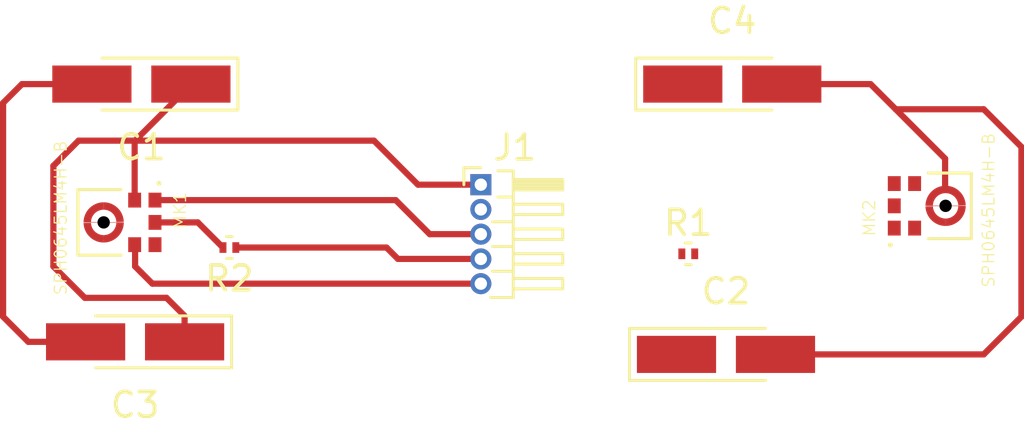
<source format=kicad_pcb>
(kicad_pcb (version 4) (host pcbnew 4.0.7-e1-6374~58~ubuntu17.04.1)

  (general
    (links 22)
    (no_connects 12)
    (area 214.468999 41.433 253.789484 63.823)
    (thickness 1.6)
    (drawings 0)
    (tracks 41)
    (zones 0)
    (modules 9)
    (nets 8)
  )

  (page A4)
  (layers
    (0 F.Cu signal)
    (31 B.Cu signal)
    (32 B.Adhes user)
    (33 F.Adhes user)
    (34 B.Paste user)
    (35 F.Paste user)
    (36 B.SilkS user)
    (37 F.SilkS user)
    (38 B.Mask user)
    (39 F.Mask user)
    (40 Dwgs.User user)
    (41 Cmts.User user)
    (42 Eco1.User user)
    (43 Eco2.User user)
    (44 Edge.Cuts user)
    (45 Margin user)
    (46 B.CrtYd user)
    (47 F.CrtYd user)
    (48 B.Fab user)
    (49 F.Fab user)
  )

  (setup
    (last_trace_width 0.25)
    (trace_clearance 0.2)
    (zone_clearance 0.508)
    (zone_45_only no)
    (trace_min 0.2)
    (segment_width 0.2)
    (edge_width 0.1)
    (via_size 0.6)
    (via_drill 0.4)
    (via_min_size 0.4)
    (via_min_drill 0.3)
    (uvia_size 0.3)
    (uvia_drill 0.1)
    (uvias_allowed no)
    (uvia_min_size 0.2)
    (uvia_min_drill 0.1)
    (pcb_text_width 0.3)
    (pcb_text_size 1.5 1.5)
    (mod_edge_width 0.15)
    (mod_text_size 1 1)
    (mod_text_width 0.15)
    (pad_size 1.5 1.5)
    (pad_drill 0.6)
    (pad_to_mask_clearance 0)
    (aux_axis_origin 0 0)
    (visible_elements FFFFFF7F)
    (pcbplotparams
      (layerselection 0x00030_80000001)
      (usegerberextensions false)
      (excludeedgelayer true)
      (linewidth 0.100000)
      (plotframeref false)
      (viasonmask false)
      (mode 1)
      (useauxorigin false)
      (hpglpennumber 1)
      (hpglpenspeed 20)
      (hpglpendiameter 15)
      (hpglpenoverlay 2)
      (psnegative false)
      (psa4output false)
      (plotreference true)
      (plotvalue true)
      (plotinvisibletext false)
      (padsonsilk false)
      (subtractmaskfromsilk false)
      (outputformat 1)
      (mirror false)
      (drillshape 1)
      (scaleselection 1)
      (outputdirectory ""))
  )

  (net 0 "")
  (net 1 "Net-(C1-Pad1)")
  (net 2 "Net-(J1-Pad3)")
  (net 3 "Net-(MK1-Pad6)")
  (net 4 "Net-(J1-Pad5)")
  (net 5 "Net-(C1-Pad2)")
  (net 6 "Net-(MK2-Pad6)")
  (net 7 "Net-(J1-Pad4)")

  (net_class Default "This is the default net class."
    (clearance 0.2)
    (trace_width 0.25)
    (via_dia 0.6)
    (via_drill 0.4)
    (uvia_dia 0.3)
    (uvia_drill 0.1)
    (add_net "Net-(C1-Pad1)")
    (add_net "Net-(C1-Pad2)")
    (add_net "Net-(J1-Pad3)")
    (add_net "Net-(J1-Pad4)")
    (add_net "Net-(J1-Pad5)")
    (add_net "Net-(MK1-Pad6)")
    (add_net "Net-(MK2-Pad6)")
  )

  (module MIC_SPH0645LM4H-B (layer F.Cu) (tedit 0) (tstamp 59ADAE23)
    (at 217.424 51.308 270)
    (path /59AD8FF7)
    (attr smd)
    (fp_text reference MK1 (at -0.486981 -3.08725 270) (layer F.SilkS)
      (effects (font (size 0.481161 0.481161) (thickness 0.05)))
    )
    (fp_text value SPH0645LM4H-B (at -0.18114 1.73657 270) (layer F.SilkS)
      (effects (font (size 0.48038 0.48038) (thickness 0.05)))
    )
    (fp_line (start 1.325 -0.7) (end 1.325 1.04) (layer F.SilkS) (width 0.127))
    (fp_line (start 1.325 1.04) (end -1.325 1.04) (layer F.SilkS) (width 0.127))
    (fp_line (start -1.325 1.04) (end -1.325 -0.7) (layer F.SilkS) (width 0.127))
    (fp_circle (center -1.578 -2.232) (end -1.528 -2.232) (layer F.SilkS) (width 0.1))
    (fp_line (start -1.325 -2.46) (end 1.325 -2.46) (layer Dwgs.User) (width 0.127))
    (fp_line (start 1.325 -2.46) (end 1.325 1.04) (layer Dwgs.User) (width 0.127))
    (fp_line (start 1.325 1.04) (end -1.325 1.04) (layer Dwgs.User) (width 0.127))
    (fp_line (start -1.325 1.04) (end -1.325 -2.46) (layer Dwgs.User) (width 0.127))
    (fp_line (start -1.651 -2.794) (end 1.651 -2.794) (layer Dwgs.User) (width 0.05))
    (fp_line (start 1.651 -2.794) (end 1.651 1.397) (layer Dwgs.User) (width 0.05))
    (fp_line (start 1.651 1.397) (end -1.651 1.397) (layer Dwgs.User) (width 0.05))
    (fp_line (start -1.651 1.397) (end -1.651 -2.794) (layer Dwgs.User) (width 0.05))
    (fp_circle (center 0 0) (end 0.9 0) (layer F.Mask) (width 0))
    (fp_poly (pts (xy 0 -0.5125) (xy 0 -0.8125) (xy 0.021271 0.8125) (xy 0.063765 0.810273)
      (xy 0.106084 0.805826) (xy 0.148112 0.799169) (xy 0.189735 0.790322) (xy 0.230837 0.779309)
      (xy 0.271306 0.76616) (xy 0.311032 0.750911) (xy 0.349906 0.733604) (xy 0.38782 0.714286)
      (xy 0.424671 0.69301) (xy 0.460359 0.669835) (xy 0.494784 0.644823) (xy 0.527854 0.618045)
      (xy 0.559476 0.589572) (xy 0.589565 0.559483) (xy 0.618038 0.527861) (xy 0.644817 0.494792)
      (xy 0.669829 0.460367) (xy 0.693005 0.42468) (xy 0.714281 0.387829) (xy 0.7336 0.349915)
      (xy 0.750907 0.311041) (xy 0.766157 0.271316) (xy 0.779307 0.230846) (xy 0.79032 0.189744)
      (xy 0.799167 0.148122) (xy 0.805824 0.106094) (xy 0.810272 0.063775) (xy 0.8125 0.021281)
      (xy 0.8125 0) (xy 0.5125 0) (xy 0.5125 0.013417) (xy 0.511095 0.040221)
      (xy 0.50829 0.066915) (xy 0.504091 0.093425) (xy 0.498511 0.119679) (xy 0.491564 0.145605)
      (xy 0.48327 0.171132) (xy 0.473652 0.19619) (xy 0.462735 0.22071) (xy 0.45055 0.244625)
      (xy 0.437129 0.26787) (xy 0.422511 0.29038) (xy 0.406735 0.312095) (xy 0.389844 0.332954)
      (xy 0.371884 0.3529) (xy 0.352905 0.37188) (xy 0.332958 0.38984) (xy 0.3121 0.406731)
      (xy 0.290385 0.422508) (xy 0.267875 0.437126) (xy 0.24463 0.450547) (xy 0.220715 0.462732)
      (xy 0.196195 0.473649) (xy 0.171138 0.483268) (xy 0.145611 0.491563) (xy 0.119685 0.49851)
      (xy 0.093431 0.50409) (xy 0.066921 0.508289) (xy 0.040227 0.511095) (xy 0.013423 0.5125)) (layer F.Cu) (width 0.001))
    (fp_poly (pts (xy -0.5125 0) (xy -0.8125 0) (xy -0.8125 0.021271) (xy -0.810273 0.063765)
      (xy -0.805826 0.106084) (xy -0.799169 0.148112) (xy -0.790322 0.189735) (xy -0.779309 0.230837)
      (xy -0.76616 0.271306) (xy -0.750911 0.311032) (xy -0.733604 0.349906) (xy -0.714286 0.38782)
      (xy -0.69301 0.424671) (xy -0.669835 0.460359) (xy -0.644823 0.494784) (xy -0.618045 0.527854)
      (xy -0.589572 0.559476) (xy -0.559483 0.589565) (xy -0.527861 0.618038) (xy -0.494792 0.644817)
      (xy -0.460367 0.669829) (xy -0.42468 0.693005) (xy -0.387829 0.714281) (xy -0.349915 0.7336)
      (xy -0.311041 0.750907) (xy -0.271316 0.766157) (xy -0.230846 0.779307) (xy -0.189744 0.79032)
      (xy -0.148122 0.799167) (xy -0.106094 0.805824) (xy -0.063775 0.810272) (xy -0.021281 0.8125)
      (xy 0 0.8125) (xy 0 -0.5125) (xy -0.013417 0.5125) (xy -0.040221 0.511095)
      (xy -0.066915 0.50829) (xy -0.093425 0.504091) (xy -0.119679 0.498511) (xy -0.145605 0.491564)
      (xy -0.171132 0.48327) (xy -0.19619 0.473652) (xy -0.22071 0.462735) (xy -0.244625 0.45055)
      (xy -0.26787 0.437129) (xy -0.29038 0.422511) (xy -0.312095 0.406735) (xy -0.332954 0.389844)
      (xy -0.3529 0.371884) (xy -0.37188 0.352905) (xy -0.38984 0.332958) (xy -0.406731 0.3121)
      (xy -0.422508 0.290385) (xy -0.437126 0.267875) (xy -0.450547 0.24463) (xy -0.462732 0.220715)
      (xy -0.473649 0.196195) (xy -0.483268 0.171138) (xy -0.491563 0.145611) (xy -0.49851 0.119685)
      (xy -0.50409 0.093431) (xy -0.508289 0.066921) (xy -0.511095 0.040227) (xy -0.5125 0.013423)) (layer F.Cu) (width 0.001))
    (fp_poly (pts (xy 0 0.5125) (xy 0 0.8125) (xy -0.021271 -0.8125) (xy -0.063765 -0.810273)
      (xy -0.106084 -0.805826) (xy -0.148112 -0.799169) (xy -0.189735 -0.790322) (xy -0.230837 -0.779309)
      (xy -0.271306 -0.76616) (xy -0.311032 -0.750911) (xy -0.349906 -0.733604) (xy -0.38782 -0.714286)
      (xy -0.424671 -0.69301) (xy -0.460359 -0.669835) (xy -0.494784 -0.644823) (xy -0.527854 -0.618045)
      (xy -0.559476 -0.589572) (xy -0.589565 -0.559483) (xy -0.618038 -0.527861) (xy -0.644817 -0.494792)
      (xy -0.669829 -0.460367) (xy -0.693005 -0.42468) (xy -0.714281 -0.387829) (xy -0.7336 -0.349915)
      (xy -0.750907 -0.311041) (xy -0.766157 -0.271316) (xy -0.779307 -0.230846) (xy -0.79032 -0.189744)
      (xy -0.799167 -0.148122) (xy -0.805824 -0.106094) (xy -0.810272 -0.063775) (xy -0.8125 -0.021281)
      (xy -0.8125 0) (xy -0.5125 0) (xy -0.5125 -0.013417) (xy -0.511095 -0.040221)
      (xy -0.50829 -0.066915) (xy -0.504091 -0.093425) (xy -0.498511 -0.119679) (xy -0.491564 -0.145605)
      (xy -0.48327 -0.171132) (xy -0.473652 -0.19619) (xy -0.462735 -0.22071) (xy -0.45055 -0.244625)
      (xy -0.437129 -0.26787) (xy -0.422511 -0.29038) (xy -0.406735 -0.312095) (xy -0.389844 -0.332954)
      (xy -0.371884 -0.3529) (xy -0.352905 -0.37188) (xy -0.332958 -0.38984) (xy -0.3121 -0.406731)
      (xy -0.290385 -0.422508) (xy -0.267875 -0.437126) (xy -0.24463 -0.450547) (xy -0.220715 -0.462732)
      (xy -0.196195 -0.473649) (xy -0.171138 -0.483268) (xy -0.145611 -0.491563) (xy -0.119685 -0.49851)
      (xy -0.093431 -0.50409) (xy -0.066921 -0.508289) (xy -0.040227 -0.511095) (xy -0.013423 -0.5125)) (layer F.Cu) (width 0.001))
    (fp_poly (pts (xy 0.5125 0) (xy 0.8125 0) (xy 0.8125 -0.021271) (xy 0.810273 -0.063765)
      (xy 0.805826 -0.106084) (xy 0.799169 -0.148112) (xy 0.790322 -0.189735) (xy 0.779309 -0.230837)
      (xy 0.76616 -0.271306) (xy 0.750911 -0.311032) (xy 0.733604 -0.349906) (xy 0.714286 -0.38782)
      (xy 0.69301 -0.424671) (xy 0.669835 -0.460359) (xy 0.644823 -0.494784) (xy 0.618045 -0.527854)
      (xy 0.589572 -0.559476) (xy 0.559483 -0.589565) (xy 0.527861 -0.618038) (xy 0.494792 -0.644817)
      (xy 0.460367 -0.669829) (xy 0.42468 -0.693005) (xy 0.387829 -0.714281) (xy 0.349915 -0.7336)
      (xy 0.311041 -0.750907) (xy 0.271316 -0.766157) (xy 0.230846 -0.779307) (xy 0.189744 -0.79032)
      (xy 0.148122 -0.799167) (xy 0.106094 -0.805824) (xy 0.063775 -0.810272) (xy 0.021281 -0.8125)
      (xy 0 -0.8125) (xy 0 0.5125) (xy 0.013417 -0.5125) (xy 0.040221 -0.511095)
      (xy 0.066915 -0.50829) (xy 0.093425 -0.504091) (xy 0.119679 -0.498511) (xy 0.145605 -0.491564)
      (xy 0.171132 -0.48327) (xy 0.19619 -0.473652) (xy 0.22071 -0.462735) (xy 0.244625 -0.45055)
      (xy 0.26787 -0.437129) (xy 0.29038 -0.422511) (xy 0.312095 -0.406735) (xy 0.332954 -0.389844)
      (xy 0.3529 -0.371884) (xy 0.37188 -0.352905) (xy 0.38984 -0.332958) (xy 0.406731 -0.3121)
      (xy 0.422508 -0.290385) (xy 0.437126 -0.267875) (xy 0.450547 -0.24463) (xy 0.462732 -0.220715)
      (xy 0.473649 -0.196195) (xy 0.483268 -0.171138) (xy 0.491563 -0.145611) (xy 0.49851 -0.119685)
      (xy 0.50409 -0.093431) (xy 0.508289 -0.066921) (xy 0.511095 -0.040227) (xy 0.5125 -0.013423)) (layer F.Cu) (width 0.001))
    (fp_poly (pts (xy -0.385 -0.53) (xy -0.285 -0.43) (xy -0.23 -0.465) (xy -0.12 -0.505)
      (xy -0.12 -0.51) (xy -0.11 -0.505) (xy -0.005 -0.52) (xy 0.005 -0.523603)
      (xy 0.005 -0.52) (xy 0.125 -0.505) (xy 0.224609 -0.461537) (xy 0.292666 -0.426172)
      (xy 0.39 -0.525) (xy 0.505 -0.635) (xy 0.41 -0.7) (xy 0.31 -0.75)
      (xy 0.22 -0.78) (xy 0.14 -0.8) (xy 0 -0.81) (xy -0.160191 -0.796203)
      (xy -0.31 -0.75) (xy -0.4 -0.705) (xy -0.499766 -0.640309)) (layer F.Paste) (width 0.001))
    (fp_poly (pts (xy -0.53 0.38) (xy -0.425 0.28) (xy -0.46 0.23) (xy -0.5 0.12)
      (xy -0.513603 0) (xy -0.5 -0.12) (xy -0.461537 -0.224609) (xy -0.426172 -0.287666)
      (xy -0.525 -0.385) (xy -0.64 -0.5) (xy -0.705 -0.405) (xy -0.75 -0.31)
      (xy -0.78 -0.22) (xy -0.8 -0.14) (xy -0.81 0) (xy -0.796203 0.160191)
      (xy -0.75 0.31) (xy -0.69 0.425) (xy -0.645309 0.494766)) (layer F.Paste) (width 0.001))
    (fp_poly (pts (xy 0.385 0.53) (xy 0.28 0.425) (xy 0.23 0.46) (xy 0.12 0.5)
      (xy 0 0.513603) (xy -0.12 0.5) (xy -0.224609 0.461537) (xy -0.282666 0.421172)
      (xy -0.38 0.52) (xy -0.5 0.64) (xy -0.405 0.705) (xy -0.31 0.75)
      (xy -0.23 0.78) (xy -0.14 0.8) (xy -0.06 0.81) (xy 0.065 0.81)
      (xy 0.160191 0.796203) (xy 0.235 0.78) (xy 0.31 0.75) (xy 0.405 0.705)
      (xy 0.499766 0.640309)) (layer F.Paste) (width 0.001))
    (fp_poly (pts (xy 0.53 -0.375) (xy 0.435 -0.28) (xy 0.46 -0.23) (xy 0.485 -0.175)
      (xy 0.5 -0.12) (xy 0.51 -0.06) (xy 0.513603 0) (xy 0.5 0.12)
      (xy 0.461537 0.224609) (xy 0.426172 0.282666) (xy 0.525 0.385) (xy 0.64 0.5)
      (xy 0.7 0.41) (xy 0.75 0.31) (xy 0.78 0.23) (xy 0.8 0.14)
      (xy 0.81 0) (xy 0.796203 -0.160191) (xy 0.75 -0.31) (xy 0.7 -0.415)
      (xy 0.645309 -0.489766)) (layer F.Paste) (width 0.001))
    (pad 2 smd rect (at -0.9 -1.252 270) (size 0.6 0.522) (layers F.Cu F.Paste F.Mask)
      (net 1 "Net-(C1-Pad1)"))
    (pad 1 smd rect (at -0.9 -2.074 270) (size 0.6 0.522) (layers F.Cu F.Paste F.Mask)
      (net 2 "Net-(J1-Pad3)"))
    (pad 6 smd rect (at 0 -2.074 270) (size 0.6 0.522) (layers F.Cu F.Paste F.Mask)
      (net 3 "Net-(MK1-Pad6)"))
    (pad 5 smd rect (at 0.9 -2.074 270) (size 0.6 0.522) (layers F.Cu F.Paste F.Mask)
      (net 1 "Net-(C1-Pad1)"))
    (pad 4 smd rect (at 0.9 -1.252 270) (size 0.6 0.522) (layers F.Cu F.Paste F.Mask)
      (net 4 "Net-(J1-Pad5)"))
    (pad 3 smd rect (at 0.65 -0.02 270) (size 0.1 0.1) (layers F.Cu F.Paste F.Mask)
      (net 5 "Net-(C1-Pad2)"))
    (pad Hole np_thru_hole circle (at 0 0 270) (size 0.5 0.5) (drill 0.5) (layers))
  )

  (module MIC_SPH0645LM4H-B (layer F.Cu) (tedit 0) (tstamp 59ADAE2E)
    (at 251.44361 50.639062 90)
    (path /59AD8F81)
    (attr smd)
    (fp_text reference MK2 (at -0.486981 -3.08725 90) (layer F.SilkS)
      (effects (font (size 0.481161 0.481161) (thickness 0.05)))
    )
    (fp_text value SPH0645LM4H-B (at -0.18114 1.73657 90) (layer F.SilkS)
      (effects (font (size 0.48038 0.48038) (thickness 0.05)))
    )
    (fp_line (start 1.325 -0.7) (end 1.325 1.04) (layer F.SilkS) (width 0.127))
    (fp_line (start 1.325 1.04) (end -1.325 1.04) (layer F.SilkS) (width 0.127))
    (fp_line (start -1.325 1.04) (end -1.325 -0.7) (layer F.SilkS) (width 0.127))
    (fp_circle (center -1.578 -2.232) (end -1.528 -2.232) (layer F.SilkS) (width 0.1))
    (fp_line (start -1.325 -2.46) (end 1.325 -2.46) (layer Dwgs.User) (width 0.127))
    (fp_line (start 1.325 -2.46) (end 1.325 1.04) (layer Dwgs.User) (width 0.127))
    (fp_line (start 1.325 1.04) (end -1.325 1.04) (layer Dwgs.User) (width 0.127))
    (fp_line (start -1.325 1.04) (end -1.325 -2.46) (layer Dwgs.User) (width 0.127))
    (fp_line (start -1.651 -2.794) (end 1.651 -2.794) (layer Dwgs.User) (width 0.05))
    (fp_line (start 1.651 -2.794) (end 1.651 1.397) (layer Dwgs.User) (width 0.05))
    (fp_line (start 1.651 1.397) (end -1.651 1.397) (layer Dwgs.User) (width 0.05))
    (fp_line (start -1.651 1.397) (end -1.651 -2.794) (layer Dwgs.User) (width 0.05))
    (fp_circle (center 0 0) (end 0.9 0) (layer F.Mask) (width 0))
    (fp_poly (pts (xy 0 -0.5125) (xy 0 -0.8125) (xy 0.021271 0.8125) (xy 0.063765 0.810273)
      (xy 0.106084 0.805826) (xy 0.148112 0.799169) (xy 0.189735 0.790322) (xy 0.230837 0.779309)
      (xy 0.271306 0.76616) (xy 0.311032 0.750911) (xy 0.349906 0.733604) (xy 0.38782 0.714286)
      (xy 0.424671 0.69301) (xy 0.460359 0.669835) (xy 0.494784 0.644823) (xy 0.527854 0.618045)
      (xy 0.559476 0.589572) (xy 0.589565 0.559483) (xy 0.618038 0.527861) (xy 0.644817 0.494792)
      (xy 0.669829 0.460367) (xy 0.693005 0.42468) (xy 0.714281 0.387829) (xy 0.7336 0.349915)
      (xy 0.750907 0.311041) (xy 0.766157 0.271316) (xy 0.779307 0.230846) (xy 0.79032 0.189744)
      (xy 0.799167 0.148122) (xy 0.805824 0.106094) (xy 0.810272 0.063775) (xy 0.8125 0.021281)
      (xy 0.8125 0) (xy 0.5125 0) (xy 0.5125 0.013417) (xy 0.511095 0.040221)
      (xy 0.50829 0.066915) (xy 0.504091 0.093425) (xy 0.498511 0.119679) (xy 0.491564 0.145605)
      (xy 0.48327 0.171132) (xy 0.473652 0.19619) (xy 0.462735 0.22071) (xy 0.45055 0.244625)
      (xy 0.437129 0.26787) (xy 0.422511 0.29038) (xy 0.406735 0.312095) (xy 0.389844 0.332954)
      (xy 0.371884 0.3529) (xy 0.352905 0.37188) (xy 0.332958 0.38984) (xy 0.3121 0.406731)
      (xy 0.290385 0.422508) (xy 0.267875 0.437126) (xy 0.24463 0.450547) (xy 0.220715 0.462732)
      (xy 0.196195 0.473649) (xy 0.171138 0.483268) (xy 0.145611 0.491563) (xy 0.119685 0.49851)
      (xy 0.093431 0.50409) (xy 0.066921 0.508289) (xy 0.040227 0.511095) (xy 0.013423 0.5125)) (layer F.Cu) (width 0.001))
    (fp_poly (pts (xy -0.5125 0) (xy -0.8125 0) (xy -0.8125 0.021271) (xy -0.810273 0.063765)
      (xy -0.805826 0.106084) (xy -0.799169 0.148112) (xy -0.790322 0.189735) (xy -0.779309 0.230837)
      (xy -0.76616 0.271306) (xy -0.750911 0.311032) (xy -0.733604 0.349906) (xy -0.714286 0.38782)
      (xy -0.69301 0.424671) (xy -0.669835 0.460359) (xy -0.644823 0.494784) (xy -0.618045 0.527854)
      (xy -0.589572 0.559476) (xy -0.559483 0.589565) (xy -0.527861 0.618038) (xy -0.494792 0.644817)
      (xy -0.460367 0.669829) (xy -0.42468 0.693005) (xy -0.387829 0.714281) (xy -0.349915 0.7336)
      (xy -0.311041 0.750907) (xy -0.271316 0.766157) (xy -0.230846 0.779307) (xy -0.189744 0.79032)
      (xy -0.148122 0.799167) (xy -0.106094 0.805824) (xy -0.063775 0.810272) (xy -0.021281 0.8125)
      (xy 0 0.8125) (xy 0 -0.5125) (xy -0.013417 0.5125) (xy -0.040221 0.511095)
      (xy -0.066915 0.50829) (xy -0.093425 0.504091) (xy -0.119679 0.498511) (xy -0.145605 0.491564)
      (xy -0.171132 0.48327) (xy -0.19619 0.473652) (xy -0.22071 0.462735) (xy -0.244625 0.45055)
      (xy -0.26787 0.437129) (xy -0.29038 0.422511) (xy -0.312095 0.406735) (xy -0.332954 0.389844)
      (xy -0.3529 0.371884) (xy -0.37188 0.352905) (xy -0.38984 0.332958) (xy -0.406731 0.3121)
      (xy -0.422508 0.290385) (xy -0.437126 0.267875) (xy -0.450547 0.24463) (xy -0.462732 0.220715)
      (xy -0.473649 0.196195) (xy -0.483268 0.171138) (xy -0.491563 0.145611) (xy -0.49851 0.119685)
      (xy -0.50409 0.093431) (xy -0.508289 0.066921) (xy -0.511095 0.040227) (xy -0.5125 0.013423)) (layer F.Cu) (width 0.001))
    (fp_poly (pts (xy 0 0.5125) (xy 0 0.8125) (xy -0.021271 -0.8125) (xy -0.063765 -0.810273)
      (xy -0.106084 -0.805826) (xy -0.148112 -0.799169) (xy -0.189735 -0.790322) (xy -0.230837 -0.779309)
      (xy -0.271306 -0.76616) (xy -0.311032 -0.750911) (xy -0.349906 -0.733604) (xy -0.38782 -0.714286)
      (xy -0.424671 -0.69301) (xy -0.460359 -0.669835) (xy -0.494784 -0.644823) (xy -0.527854 -0.618045)
      (xy -0.559476 -0.589572) (xy -0.589565 -0.559483) (xy -0.618038 -0.527861) (xy -0.644817 -0.494792)
      (xy -0.669829 -0.460367) (xy -0.693005 -0.42468) (xy -0.714281 -0.387829) (xy -0.7336 -0.349915)
      (xy -0.750907 -0.311041) (xy -0.766157 -0.271316) (xy -0.779307 -0.230846) (xy -0.79032 -0.189744)
      (xy -0.799167 -0.148122) (xy -0.805824 -0.106094) (xy -0.810272 -0.063775) (xy -0.8125 -0.021281)
      (xy -0.8125 0) (xy -0.5125 0) (xy -0.5125 -0.013417) (xy -0.511095 -0.040221)
      (xy -0.50829 -0.066915) (xy -0.504091 -0.093425) (xy -0.498511 -0.119679) (xy -0.491564 -0.145605)
      (xy -0.48327 -0.171132) (xy -0.473652 -0.19619) (xy -0.462735 -0.22071) (xy -0.45055 -0.244625)
      (xy -0.437129 -0.26787) (xy -0.422511 -0.29038) (xy -0.406735 -0.312095) (xy -0.389844 -0.332954)
      (xy -0.371884 -0.3529) (xy -0.352905 -0.37188) (xy -0.332958 -0.38984) (xy -0.3121 -0.406731)
      (xy -0.290385 -0.422508) (xy -0.267875 -0.437126) (xy -0.24463 -0.450547) (xy -0.220715 -0.462732)
      (xy -0.196195 -0.473649) (xy -0.171138 -0.483268) (xy -0.145611 -0.491563) (xy -0.119685 -0.49851)
      (xy -0.093431 -0.50409) (xy -0.066921 -0.508289) (xy -0.040227 -0.511095) (xy -0.013423 -0.5125)) (layer F.Cu) (width 0.001))
    (fp_poly (pts (xy 0.5125 0) (xy 0.8125 0) (xy 0.8125 -0.021271) (xy 0.810273 -0.063765)
      (xy 0.805826 -0.106084) (xy 0.799169 -0.148112) (xy 0.790322 -0.189735) (xy 0.779309 -0.230837)
      (xy 0.76616 -0.271306) (xy 0.750911 -0.311032) (xy 0.733604 -0.349906) (xy 0.714286 -0.38782)
      (xy 0.69301 -0.424671) (xy 0.669835 -0.460359) (xy 0.644823 -0.494784) (xy 0.618045 -0.527854)
      (xy 0.589572 -0.559476) (xy 0.559483 -0.589565) (xy 0.527861 -0.618038) (xy 0.494792 -0.644817)
      (xy 0.460367 -0.669829) (xy 0.42468 -0.693005) (xy 0.387829 -0.714281) (xy 0.349915 -0.7336)
      (xy 0.311041 -0.750907) (xy 0.271316 -0.766157) (xy 0.230846 -0.779307) (xy 0.189744 -0.79032)
      (xy 0.148122 -0.799167) (xy 0.106094 -0.805824) (xy 0.063775 -0.810272) (xy 0.021281 -0.8125)
      (xy 0 -0.8125) (xy 0 0.5125) (xy 0.013417 -0.5125) (xy 0.040221 -0.511095)
      (xy 0.066915 -0.50829) (xy 0.093425 -0.504091) (xy 0.119679 -0.498511) (xy 0.145605 -0.491564)
      (xy 0.171132 -0.48327) (xy 0.19619 -0.473652) (xy 0.22071 -0.462735) (xy 0.244625 -0.45055)
      (xy 0.26787 -0.437129) (xy 0.29038 -0.422511) (xy 0.312095 -0.406735) (xy 0.332954 -0.389844)
      (xy 0.3529 -0.371884) (xy 0.37188 -0.352905) (xy 0.38984 -0.332958) (xy 0.406731 -0.3121)
      (xy 0.422508 -0.290385) (xy 0.437126 -0.267875) (xy 0.450547 -0.24463) (xy 0.462732 -0.220715)
      (xy 0.473649 -0.196195) (xy 0.483268 -0.171138) (xy 0.491563 -0.145611) (xy 0.49851 -0.119685)
      (xy 0.50409 -0.093431) (xy 0.508289 -0.066921) (xy 0.511095 -0.040227) (xy 0.5125 -0.013423)) (layer F.Cu) (width 0.001))
    (fp_poly (pts (xy -0.385 -0.53) (xy -0.285 -0.43) (xy -0.23 -0.465) (xy -0.12 -0.505)
      (xy -0.12 -0.51) (xy -0.11 -0.505) (xy -0.005 -0.52) (xy 0.005 -0.523603)
      (xy 0.005 -0.52) (xy 0.125 -0.505) (xy 0.224609 -0.461537) (xy 0.292666 -0.426172)
      (xy 0.39 -0.525) (xy 0.505 -0.635) (xy 0.41 -0.7) (xy 0.31 -0.75)
      (xy 0.22 -0.78) (xy 0.14 -0.8) (xy 0 -0.81) (xy -0.160191 -0.796203)
      (xy -0.31 -0.75) (xy -0.4 -0.705) (xy -0.499766 -0.640309)) (layer F.Paste) (width 0.001))
    (fp_poly (pts (xy -0.53 0.38) (xy -0.425 0.28) (xy -0.46 0.23) (xy -0.5 0.12)
      (xy -0.513603 0) (xy -0.5 -0.12) (xy -0.461537 -0.224609) (xy -0.426172 -0.287666)
      (xy -0.525 -0.385) (xy -0.64 -0.5) (xy -0.705 -0.405) (xy -0.75 -0.31)
      (xy -0.78 -0.22) (xy -0.8 -0.14) (xy -0.81 0) (xy -0.796203 0.160191)
      (xy -0.75 0.31) (xy -0.69 0.425) (xy -0.645309 0.494766)) (layer F.Paste) (width 0.001))
    (fp_poly (pts (xy 0.385 0.53) (xy 0.28 0.425) (xy 0.23 0.46) (xy 0.12 0.5)
      (xy 0 0.513603) (xy -0.12 0.5) (xy -0.224609 0.461537) (xy -0.282666 0.421172)
      (xy -0.38 0.52) (xy -0.5 0.64) (xy -0.405 0.705) (xy -0.31 0.75)
      (xy -0.23 0.78) (xy -0.14 0.8) (xy -0.06 0.81) (xy 0.065 0.81)
      (xy 0.160191 0.796203) (xy 0.235 0.78) (xy 0.31 0.75) (xy 0.405 0.705)
      (xy 0.499766 0.640309)) (layer F.Paste) (width 0.001))
    (fp_poly (pts (xy 0.53 -0.375) (xy 0.435 -0.28) (xy 0.46 -0.23) (xy 0.485 -0.175)
      (xy 0.5 -0.12) (xy 0.51 -0.06) (xy 0.513603 0) (xy 0.5 0.12)
      (xy 0.461537 0.224609) (xy 0.426172 0.282666) (xy 0.525 0.385) (xy 0.64 0.5)
      (xy 0.7 0.41) (xy 0.75 0.31) (xy 0.78 0.23) (xy 0.8 0.14)
      (xy 0.81 0) (xy 0.796203 -0.160191) (xy 0.75 -0.31) (xy 0.7 -0.415)
      (xy 0.645309 -0.489766)) (layer F.Paste) (width 0.001))
    (pad 2 smd rect (at -0.9 -1.252 90) (size 0.6 0.522) (layers F.Cu F.Paste F.Mask)
      (net 5 "Net-(C1-Pad2)"))
    (pad 1 smd rect (at -0.9 -2.074 90) (size 0.6 0.522) (layers F.Cu F.Paste F.Mask)
      (net 2 "Net-(J1-Pad3)"))
    (pad 6 smd rect (at 0 -2.074 90) (size 0.6 0.522) (layers F.Cu F.Paste F.Mask)
      (net 6 "Net-(MK2-Pad6)"))
    (pad 5 smd rect (at 0.9 -2.074 90) (size 0.6 0.522) (layers F.Cu F.Paste F.Mask)
      (net 1 "Net-(C1-Pad1)"))
    (pad 4 smd rect (at 0.9 -1.252 90) (size 0.6 0.522) (layers F.Cu F.Paste F.Mask)
      (net 4 "Net-(J1-Pad5)"))
    (pad 3 smd rect (at 0.65 -0.02 90) (size 0.1 0.1) (layers F.Cu F.Paste F.Mask)
      (net 5 "Net-(C1-Pad2)"))
    (pad Hole np_thru_hole circle (at 0 0 90) (size 0.5 0.5) (drill 0.5) (layers))
  )

  (module Capacitors_Tantalum_SMD:CP_Tantalum_Case-A_EIA-3216-18_Hand (layer F.Cu) (tedit 58CC8C08) (tstamp 59ADAE90)
    (at 218.948 45.72 180)
    (descr "Tantalum capacitor, Case A, EIA 3216-18, 3.2x1.6x1.6mm, Hand soldering footprint")
    (tags "capacitor tantalum smd")
    (path /59ADBD67)
    (attr smd)
    (fp_text reference C1 (at 0 -2.55 180) (layer F.SilkS)
      (effects (font (size 1 1) (thickness 0.15)))
    )
    (fp_text value CP1_Small (at 0 2.55 180) (layer F.Fab)
      (effects (font (size 1 1) (thickness 0.15)))
    )
    (fp_text user %R (at 0 0 180) (layer F.Fab)
      (effects (font (size 0.7 0.7) (thickness 0.105)))
    )
    (fp_line (start -4 -1.2) (end -4 1.2) (layer F.CrtYd) (width 0.05))
    (fp_line (start -4 1.2) (end 4 1.2) (layer F.CrtYd) (width 0.05))
    (fp_line (start 4 1.2) (end 4 -1.2) (layer F.CrtYd) (width 0.05))
    (fp_line (start 4 -1.2) (end -4 -1.2) (layer F.CrtYd) (width 0.05))
    (fp_line (start -1.6 -0.8) (end -1.6 0.8) (layer F.Fab) (width 0.1))
    (fp_line (start -1.6 0.8) (end 1.6 0.8) (layer F.Fab) (width 0.1))
    (fp_line (start 1.6 0.8) (end 1.6 -0.8) (layer F.Fab) (width 0.1))
    (fp_line (start 1.6 -0.8) (end -1.6 -0.8) (layer F.Fab) (width 0.1))
    (fp_line (start -1.28 -0.8) (end -1.28 0.8) (layer F.Fab) (width 0.1))
    (fp_line (start -1.12 -0.8) (end -1.12 0.8) (layer F.Fab) (width 0.1))
    (fp_line (start -3.9 -1.05) (end 1.6 -1.05) (layer F.SilkS) (width 0.12))
    (fp_line (start -3.9 1.05) (end 1.6 1.05) (layer F.SilkS) (width 0.12))
    (fp_line (start -3.9 -1.05) (end -3.9 1.05) (layer F.SilkS) (width 0.12))
    (pad 1 smd rect (at -2 0 180) (size 3.2 1.5) (layers F.Cu F.Paste F.Mask)
      (net 1 "Net-(C1-Pad1)"))
    (pad 2 smd rect (at 2 0 180) (size 3.2 1.5) (layers F.Cu F.Paste F.Mask)
      (net 5 "Net-(C1-Pad2)"))
    (model Capacitors_Tantalum_SMD.3dshapes/CP_Tantalum_Case-A_EIA-3216-18.wrl
      (at (xyz 0 0 0))
      (scale (xyz 1 1 1))
      (rotate (xyz 0 0 0))
    )
  )

  (module Capacitors_Tantalum_SMD:CP_Tantalum_Case-A_EIA-3216-18_Hand (layer F.Cu) (tedit 58CC8C08) (tstamp 59ADAE96)
    (at 242.57 56.642)
    (descr "Tantalum capacitor, Case A, EIA 3216-18, 3.2x1.6x1.6mm, Hand soldering footprint")
    (tags "capacitor tantalum smd")
    (path /59ADBE45)
    (attr smd)
    (fp_text reference C2 (at 0 -2.55) (layer F.SilkS)
      (effects (font (size 1 1) (thickness 0.15)))
    )
    (fp_text value CP1_Small (at 0 2.55) (layer F.Fab)
      (effects (font (size 1 1) (thickness 0.15)))
    )
    (fp_text user %R (at 0 0) (layer F.Fab)
      (effects (font (size 0.7 0.7) (thickness 0.105)))
    )
    (fp_line (start -4 -1.2) (end -4 1.2) (layer F.CrtYd) (width 0.05))
    (fp_line (start -4 1.2) (end 4 1.2) (layer F.CrtYd) (width 0.05))
    (fp_line (start 4 1.2) (end 4 -1.2) (layer F.CrtYd) (width 0.05))
    (fp_line (start 4 -1.2) (end -4 -1.2) (layer F.CrtYd) (width 0.05))
    (fp_line (start -1.6 -0.8) (end -1.6 0.8) (layer F.Fab) (width 0.1))
    (fp_line (start -1.6 0.8) (end 1.6 0.8) (layer F.Fab) (width 0.1))
    (fp_line (start 1.6 0.8) (end 1.6 -0.8) (layer F.Fab) (width 0.1))
    (fp_line (start 1.6 -0.8) (end -1.6 -0.8) (layer F.Fab) (width 0.1))
    (fp_line (start -1.28 -0.8) (end -1.28 0.8) (layer F.Fab) (width 0.1))
    (fp_line (start -1.12 -0.8) (end -1.12 0.8) (layer F.Fab) (width 0.1))
    (fp_line (start -3.9 -1.05) (end 1.6 -1.05) (layer F.SilkS) (width 0.12))
    (fp_line (start -3.9 1.05) (end 1.6 1.05) (layer F.SilkS) (width 0.12))
    (fp_line (start -3.9 -1.05) (end -3.9 1.05) (layer F.SilkS) (width 0.12))
    (pad 1 smd rect (at -2 0) (size 3.2 1.5) (layers F.Cu F.Paste F.Mask)
      (net 1 "Net-(C1-Pad1)"))
    (pad 2 smd rect (at 2 0) (size 3.2 1.5) (layers F.Cu F.Paste F.Mask)
      (net 5 "Net-(C1-Pad2)"))
    (model Capacitors_Tantalum_SMD.3dshapes/CP_Tantalum_Case-A_EIA-3216-18.wrl
      (at (xyz 0 0 0))
      (scale (xyz 1 1 1))
      (rotate (xyz 0 0 0))
    )
  )

  (module Capacitors_Tantalum_SMD:CP_Tantalum_Case-A_EIA-3216-18_Hand (layer F.Cu) (tedit 58CC8C08) (tstamp 59ADAE9C)
    (at 218.694 56.134 180)
    (descr "Tantalum capacitor, Case A, EIA 3216-18, 3.2x1.6x1.6mm, Hand soldering footprint")
    (tags "capacitor tantalum smd")
    (path /59ADBDCA)
    (attr smd)
    (fp_text reference C3 (at 0 -2.55 180) (layer F.SilkS)
      (effects (font (size 1 1) (thickness 0.15)))
    )
    (fp_text value CP1_Small (at 0 2.55 180) (layer F.Fab)
      (effects (font (size 1 1) (thickness 0.15)))
    )
    (fp_text user %R (at 0 0 180) (layer F.Fab)
      (effects (font (size 0.7 0.7) (thickness 0.105)))
    )
    (fp_line (start -4 -1.2) (end -4 1.2) (layer F.CrtYd) (width 0.05))
    (fp_line (start -4 1.2) (end 4 1.2) (layer F.CrtYd) (width 0.05))
    (fp_line (start 4 1.2) (end 4 -1.2) (layer F.CrtYd) (width 0.05))
    (fp_line (start 4 -1.2) (end -4 -1.2) (layer F.CrtYd) (width 0.05))
    (fp_line (start -1.6 -0.8) (end -1.6 0.8) (layer F.Fab) (width 0.1))
    (fp_line (start -1.6 0.8) (end 1.6 0.8) (layer F.Fab) (width 0.1))
    (fp_line (start 1.6 0.8) (end 1.6 -0.8) (layer F.Fab) (width 0.1))
    (fp_line (start 1.6 -0.8) (end -1.6 -0.8) (layer F.Fab) (width 0.1))
    (fp_line (start -1.28 -0.8) (end -1.28 0.8) (layer F.Fab) (width 0.1))
    (fp_line (start -1.12 -0.8) (end -1.12 0.8) (layer F.Fab) (width 0.1))
    (fp_line (start -3.9 -1.05) (end 1.6 -1.05) (layer F.SilkS) (width 0.12))
    (fp_line (start -3.9 1.05) (end 1.6 1.05) (layer F.SilkS) (width 0.12))
    (fp_line (start -3.9 -1.05) (end -3.9 1.05) (layer F.SilkS) (width 0.12))
    (pad 1 smd rect (at -2 0 180) (size 3.2 1.5) (layers F.Cu F.Paste F.Mask)
      (net 1 "Net-(C1-Pad1)"))
    (pad 2 smd rect (at 2 0 180) (size 3.2 1.5) (layers F.Cu F.Paste F.Mask)
      (net 5 "Net-(C1-Pad2)"))
    (model Capacitors_Tantalum_SMD.3dshapes/CP_Tantalum_Case-A_EIA-3216-18.wrl
      (at (xyz 0 0 0))
      (scale (xyz 1 1 1))
      (rotate (xyz 0 0 0))
    )
  )

  (module Capacitors_Tantalum_SMD:CP_Tantalum_Case-A_EIA-3216-18_Hand (layer F.Cu) (tedit 58CC8C08) (tstamp 59ADAEA2)
    (at 242.824 45.72)
    (descr "Tantalum capacitor, Case A, EIA 3216-18, 3.2x1.6x1.6mm, Hand soldering footprint")
    (tags "capacitor tantalum smd")
    (path /59ADBEB6)
    (attr smd)
    (fp_text reference C4 (at 0 -2.55) (layer F.SilkS)
      (effects (font (size 1 1) (thickness 0.15)))
    )
    (fp_text value CP1_Small (at 0 2.55) (layer F.Fab)
      (effects (font (size 1 1) (thickness 0.15)))
    )
    (fp_text user %R (at 0 0) (layer F.Fab)
      (effects (font (size 0.7 0.7) (thickness 0.105)))
    )
    (fp_line (start -4 -1.2) (end -4 1.2) (layer F.CrtYd) (width 0.05))
    (fp_line (start -4 1.2) (end 4 1.2) (layer F.CrtYd) (width 0.05))
    (fp_line (start 4 1.2) (end 4 -1.2) (layer F.CrtYd) (width 0.05))
    (fp_line (start 4 -1.2) (end -4 -1.2) (layer F.CrtYd) (width 0.05))
    (fp_line (start -1.6 -0.8) (end -1.6 0.8) (layer F.Fab) (width 0.1))
    (fp_line (start -1.6 0.8) (end 1.6 0.8) (layer F.Fab) (width 0.1))
    (fp_line (start 1.6 0.8) (end 1.6 -0.8) (layer F.Fab) (width 0.1))
    (fp_line (start 1.6 -0.8) (end -1.6 -0.8) (layer F.Fab) (width 0.1))
    (fp_line (start -1.28 -0.8) (end -1.28 0.8) (layer F.Fab) (width 0.1))
    (fp_line (start -1.12 -0.8) (end -1.12 0.8) (layer F.Fab) (width 0.1))
    (fp_line (start -3.9 -1.05) (end 1.6 -1.05) (layer F.SilkS) (width 0.12))
    (fp_line (start -3.9 1.05) (end 1.6 1.05) (layer F.SilkS) (width 0.12))
    (fp_line (start -3.9 -1.05) (end -3.9 1.05) (layer F.SilkS) (width 0.12))
    (pad 1 smd rect (at -2 0) (size 3.2 1.5) (layers F.Cu F.Paste F.Mask)
      (net 1 "Net-(C1-Pad1)"))
    (pad 2 smd rect (at 2 0) (size 3.2 1.5) (layers F.Cu F.Paste F.Mask)
      (net 5 "Net-(C1-Pad2)"))
    (model Capacitors_Tantalum_SMD.3dshapes/CP_Tantalum_Case-A_EIA-3216-18.wrl
      (at (xyz 0 0 0))
      (scale (xyz 1 1 1))
      (rotate (xyz 0 0 0))
    )
  )

  (module Pin_Headers:Pin_Header_Angled_1x05_Pitch1.00mm (layer F.Cu) (tedit 59899A66) (tstamp 59ADAEAB)
    (at 232.664 49.784)
    (descr "Through hole angled pin header, 1x05, 1.00mm pitch, 2.0mm pin length, single row")
    (tags "Through hole angled pin header THT 1x05 1.00mm single row")
    (path /59ADBB61)
    (fp_text reference J1 (at 1.375 -1.5) (layer F.SilkS)
      (effects (font (size 1 1) (thickness 0.15)))
    )
    (fp_text value CONN_01X05 (at 1.375 5.5) (layer F.Fab)
      (effects (font (size 1 1) (thickness 0.15)))
    )
    (fp_line (start 0.5 -0.5) (end 1.25 -0.5) (layer F.Fab) (width 0.1))
    (fp_line (start 1.25 -0.5) (end 1.25 4.5) (layer F.Fab) (width 0.1))
    (fp_line (start 1.25 4.5) (end 0.25 4.5) (layer F.Fab) (width 0.1))
    (fp_line (start 0.25 4.5) (end 0.25 -0.25) (layer F.Fab) (width 0.1))
    (fp_line (start 0.25 -0.25) (end 0.5 -0.5) (layer F.Fab) (width 0.1))
    (fp_line (start -0.15 -0.15) (end 0.25 -0.15) (layer F.Fab) (width 0.1))
    (fp_line (start -0.15 -0.15) (end -0.15 0.15) (layer F.Fab) (width 0.1))
    (fp_line (start -0.15 0.15) (end 0.25 0.15) (layer F.Fab) (width 0.1))
    (fp_line (start 1.25 -0.15) (end 3.25 -0.15) (layer F.Fab) (width 0.1))
    (fp_line (start 3.25 -0.15) (end 3.25 0.15) (layer F.Fab) (width 0.1))
    (fp_line (start 1.25 0.15) (end 3.25 0.15) (layer F.Fab) (width 0.1))
    (fp_line (start -0.15 0.85) (end 0.25 0.85) (layer F.Fab) (width 0.1))
    (fp_line (start -0.15 0.85) (end -0.15 1.15) (layer F.Fab) (width 0.1))
    (fp_line (start -0.15 1.15) (end 0.25 1.15) (layer F.Fab) (width 0.1))
    (fp_line (start 1.25 0.85) (end 3.25 0.85) (layer F.Fab) (width 0.1))
    (fp_line (start 3.25 0.85) (end 3.25 1.15) (layer F.Fab) (width 0.1))
    (fp_line (start 1.25 1.15) (end 3.25 1.15) (layer F.Fab) (width 0.1))
    (fp_line (start -0.15 1.85) (end 0.25 1.85) (layer F.Fab) (width 0.1))
    (fp_line (start -0.15 1.85) (end -0.15 2.15) (layer F.Fab) (width 0.1))
    (fp_line (start -0.15 2.15) (end 0.25 2.15) (layer F.Fab) (width 0.1))
    (fp_line (start 1.25 1.85) (end 3.25 1.85) (layer F.Fab) (width 0.1))
    (fp_line (start 3.25 1.85) (end 3.25 2.15) (layer F.Fab) (width 0.1))
    (fp_line (start 1.25 2.15) (end 3.25 2.15) (layer F.Fab) (width 0.1))
    (fp_line (start -0.15 2.85) (end 0.25 2.85) (layer F.Fab) (width 0.1))
    (fp_line (start -0.15 2.85) (end -0.15 3.15) (layer F.Fab) (width 0.1))
    (fp_line (start -0.15 3.15) (end 0.25 3.15) (layer F.Fab) (width 0.1))
    (fp_line (start 1.25 2.85) (end 3.25 2.85) (layer F.Fab) (width 0.1))
    (fp_line (start 3.25 2.85) (end 3.25 3.15) (layer F.Fab) (width 0.1))
    (fp_line (start 1.25 3.15) (end 3.25 3.15) (layer F.Fab) (width 0.1))
    (fp_line (start -0.15 3.85) (end 0.25 3.85) (layer F.Fab) (width 0.1))
    (fp_line (start -0.15 3.85) (end -0.15 4.15) (layer F.Fab) (width 0.1))
    (fp_line (start -0.15 4.15) (end 0.25 4.15) (layer F.Fab) (width 0.1))
    (fp_line (start 1.25 3.85) (end 3.25 3.85) (layer F.Fab) (width 0.1))
    (fp_line (start 3.25 3.85) (end 3.25 4.15) (layer F.Fab) (width 0.1))
    (fp_line (start 1.25 4.15) (end 3.25 4.15) (layer F.Fab) (width 0.1))
    (fp_line (start 0.685 -0.56) (end 1.31 -0.56) (layer F.SilkS) (width 0.12))
    (fp_line (start 1.31 -0.56) (end 1.31 4.56) (layer F.SilkS) (width 0.12))
    (fp_line (start 1.31 4.56) (end 0.394493 4.56) (layer F.SilkS) (width 0.12))
    (fp_line (start 1.31 -0.21) (end 3.31 -0.21) (layer F.SilkS) (width 0.12))
    (fp_line (start 3.31 -0.21) (end 3.31 0.21) (layer F.SilkS) (width 0.12))
    (fp_line (start 3.31 0.21) (end 1.31 0.21) (layer F.SilkS) (width 0.12))
    (fp_line (start 1.31 -0.15) (end 3.31 -0.15) (layer F.SilkS) (width 0.12))
    (fp_line (start 1.31 -0.03) (end 3.31 -0.03) (layer F.SilkS) (width 0.12))
    (fp_line (start 1.31 0.09) (end 3.31 0.09) (layer F.SilkS) (width 0.12))
    (fp_line (start 0.685 0.5) (end 1.31 0.5) (layer F.SilkS) (width 0.12))
    (fp_line (start 1.31 0.79) (end 3.31 0.79) (layer F.SilkS) (width 0.12))
    (fp_line (start 3.31 0.79) (end 3.31 1.21) (layer F.SilkS) (width 0.12))
    (fp_line (start 3.31 1.21) (end 1.31 1.21) (layer F.SilkS) (width 0.12))
    (fp_line (start 0.468215 1.5) (end 1.31 1.5) (layer F.SilkS) (width 0.12))
    (fp_line (start 1.31 1.79) (end 3.31 1.79) (layer F.SilkS) (width 0.12))
    (fp_line (start 3.31 1.79) (end 3.31 2.21) (layer F.SilkS) (width 0.12))
    (fp_line (start 3.31 2.21) (end 1.31 2.21) (layer F.SilkS) (width 0.12))
    (fp_line (start 0.468215 2.5) (end 1.31 2.5) (layer F.SilkS) (width 0.12))
    (fp_line (start 1.31 2.79) (end 3.31 2.79) (layer F.SilkS) (width 0.12))
    (fp_line (start 3.31 2.79) (end 3.31 3.21) (layer F.SilkS) (width 0.12))
    (fp_line (start 3.31 3.21) (end 1.31 3.21) (layer F.SilkS) (width 0.12))
    (fp_line (start 0.468215 3.5) (end 1.31 3.5) (layer F.SilkS) (width 0.12))
    (fp_line (start 1.31 3.79) (end 3.31 3.79) (layer F.SilkS) (width 0.12))
    (fp_line (start 3.31 3.79) (end 3.31 4.21) (layer F.SilkS) (width 0.12))
    (fp_line (start 3.31 4.21) (end 1.31 4.21) (layer F.SilkS) (width 0.12))
    (fp_line (start -0.685 0) (end -0.685 -0.685) (layer F.SilkS) (width 0.12))
    (fp_line (start -0.685 -0.685) (end 0 -0.685) (layer F.SilkS) (width 0.12))
    (fp_line (start -1 -1) (end -1 5) (layer F.CrtYd) (width 0.05))
    (fp_line (start -1 5) (end 3.75 5) (layer F.CrtYd) (width 0.05))
    (fp_line (start 3.75 5) (end 3.75 -1) (layer F.CrtYd) (width 0.05))
    (fp_line (start 3.75 -1) (end -1 -1) (layer F.CrtYd) (width 0.05))
    (fp_text user %R (at 0.75 2 90) (layer F.Fab)
      (effects (font (size 0.6 0.6) (thickness 0.09)))
    )
    (pad 1 thru_hole rect (at 0 0) (size 0.85 0.85) (drill 0.5) (layers *.Cu *.Mask)
      (net 1 "Net-(C1-Pad1)"))
    (pad 2 thru_hole oval (at 0 1) (size 0.85 0.85) (drill 0.5) (layers *.Cu *.Mask)
      (net 5 "Net-(C1-Pad2)"))
    (pad 3 thru_hole oval (at 0 2) (size 0.85 0.85) (drill 0.5) (layers *.Cu *.Mask)
      (net 2 "Net-(J1-Pad3)"))
    (pad 4 thru_hole oval (at 0 3) (size 0.85 0.85) (drill 0.5) (layers *.Cu *.Mask)
      (net 7 "Net-(J1-Pad4)"))
    (pad 5 thru_hole oval (at 0 4) (size 0.85 0.85) (drill 0.5) (layers *.Cu *.Mask)
      (net 4 "Net-(J1-Pad5)"))
    (model ${KISYS3DMOD}/Pin_Headers.3dshapes/Pin_Header_Angled_1x05_Pitch1.00mm.wrl
      (at (xyz 0 0 0))
      (scale (xyz 1 1 1))
      (rotate (xyz 0 0 0))
    )
  )

  (module Resistors_SMD:R_0201 (layer F.Cu) (tedit 58E0A804) (tstamp 59ADAEB1)
    (at 241.046 52.578)
    (descr "Resistor SMD 0201, reflow soldering, Vishay (see crcw0201e3.pdf)")
    (tags "resistor 0201")
    (path /59AD98A8)
    (attr smd)
    (fp_text reference R1 (at 0 -1.25) (layer F.SilkS)
      (effects (font (size 1 1) (thickness 0.15)))
    )
    (fp_text value R_Small (at 0 1.3) (layer F.Fab)
      (effects (font (size 1 1) (thickness 0.15)))
    )
    (fp_text user %R (at 0 -1.25) (layer F.Fab)
      (effects (font (size 1 1) (thickness 0.15)))
    )
    (fp_line (start -0.3 0.15) (end -0.3 -0.15) (layer F.Fab) (width 0.1))
    (fp_line (start 0.3 0.15) (end -0.3 0.15) (layer F.Fab) (width 0.1))
    (fp_line (start 0.3 -0.15) (end 0.3 0.15) (layer F.Fab) (width 0.1))
    (fp_line (start -0.3 -0.15) (end 0.3 -0.15) (layer F.Fab) (width 0.1))
    (fp_line (start 0.12 -0.44) (end -0.12 -0.44) (layer F.SilkS) (width 0.12))
    (fp_line (start -0.12 0.44) (end 0.12 0.44) (layer F.SilkS) (width 0.12))
    (fp_line (start -0.55 -0.37) (end 0.55 -0.37) (layer F.CrtYd) (width 0.05))
    (fp_line (start -0.55 -0.37) (end -0.55 0.36) (layer F.CrtYd) (width 0.05))
    (fp_line (start 0.55 0.36) (end 0.55 -0.37) (layer F.CrtYd) (width 0.05))
    (fp_line (start 0.55 0.36) (end -0.55 0.36) (layer F.CrtYd) (width 0.05))
    (pad 1 smd rect (at -0.26 0) (size 0.28 0.43) (layers F.Cu F.Paste F.Mask)
      (net 7 "Net-(J1-Pad4)"))
    (pad 2 smd rect (at 0.26 0) (size 0.28 0.43) (layers F.Cu F.Paste F.Mask)
      (net 6 "Net-(MK2-Pad6)"))
    (model ${KISYS3DMOD}/Resistors_SMD.3dshapes/R_0201.wrl
      (at (xyz 0 0 0))
      (scale (xyz 1 1 1))
      (rotate (xyz 0 0 0))
    )
  )

  (module Resistors_SMD:R_0201 (layer F.Cu) (tedit 58E0A804) (tstamp 59ADAEB7)
    (at 222.504 52.324 180)
    (descr "Resistor SMD 0201, reflow soldering, Vishay (see crcw0201e3.pdf)")
    (tags "resistor 0201")
    (path /59AD9529)
    (attr smd)
    (fp_text reference R2 (at 0 -1.25 180) (layer F.SilkS)
      (effects (font (size 1 1) (thickness 0.15)))
    )
    (fp_text value R_Small (at 0 1.3 180) (layer F.Fab)
      (effects (font (size 1 1) (thickness 0.15)))
    )
    (fp_text user %R (at 0 -1.25 180) (layer F.Fab)
      (effects (font (size 1 1) (thickness 0.15)))
    )
    (fp_line (start -0.3 0.15) (end -0.3 -0.15) (layer F.Fab) (width 0.1))
    (fp_line (start 0.3 0.15) (end -0.3 0.15) (layer F.Fab) (width 0.1))
    (fp_line (start 0.3 -0.15) (end 0.3 0.15) (layer F.Fab) (width 0.1))
    (fp_line (start -0.3 -0.15) (end 0.3 -0.15) (layer F.Fab) (width 0.1))
    (fp_line (start 0.12 -0.44) (end -0.12 -0.44) (layer F.SilkS) (width 0.12))
    (fp_line (start -0.12 0.44) (end 0.12 0.44) (layer F.SilkS) (width 0.12))
    (fp_line (start -0.55 -0.37) (end 0.55 -0.37) (layer F.CrtYd) (width 0.05))
    (fp_line (start -0.55 -0.37) (end -0.55 0.36) (layer F.CrtYd) (width 0.05))
    (fp_line (start 0.55 0.36) (end 0.55 -0.37) (layer F.CrtYd) (width 0.05))
    (fp_line (start 0.55 0.36) (end -0.55 0.36) (layer F.CrtYd) (width 0.05))
    (pad 1 smd rect (at -0.26 0 180) (size 0.28 0.43) (layers F.Cu F.Paste F.Mask)
      (net 7 "Net-(J1-Pad4)"))
    (pad 2 smd rect (at 0.26 0 180) (size 0.28 0.43) (layers F.Cu F.Paste F.Mask)
      (net 3 "Net-(MK1-Pad6)"))
    (model ${KISYS3DMOD}/Resistors_SMD.3dshapes/R_0201.wrl
      (at (xyz 0 0 0))
      (scale (xyz 1 1 1))
      (rotate (xyz 0 0 0))
    )
  )

  (segment (start 232.664 49.784) (end 230.124 49.784) (width 0.25) (layer F.Cu) (net 1))
  (segment (start 228.346 48.006) (end 218.694 48.006) (width 0.25) (layer F.Cu) (net 1) (tstamp 59ADB46E))
  (segment (start 230.124 49.784) (end 228.346 48.006) (width 0.25) (layer F.Cu) (net 1) (tstamp 59ADB46A))
  (segment (start 220.694 56.134) (end 220.694 55.086) (width 0.25) (layer F.Cu) (net 1))
  (segment (start 216.408 48.006) (end 218.694 48.006) (width 0.25) (layer F.Cu) (net 1) (tstamp 59ADB41E))
  (segment (start 215.392 49.022) (end 216.408 48.006) (width 0.25) (layer F.Cu) (net 1) (tstamp 59ADB41D))
  (segment (start 215.392 53.086) (end 215.392 49.022) (width 0.25) (layer F.Cu) (net 1) (tstamp 59ADB41B))
  (segment (start 216.662 54.356) (end 215.392 53.086) (width 0.25) (layer F.Cu) (net 1) (tstamp 59ADB419))
  (segment (start 219.964 54.356) (end 216.662 54.356) (width 0.25) (layer F.Cu) (net 1) (tstamp 59ADB418))
  (segment (start 220.694 55.086) (end 219.964 54.356) (width 0.25) (layer F.Cu) (net 1) (tstamp 59ADB417))
  (segment (start 220.948 45.72) (end 220.948 45.752) (width 0.25) (layer F.Cu) (net 1) (tstamp 59ADB35E))
  (segment (start 220.948 45.752) (end 218.694 48.006) (width 0.25) (layer F.Cu) (net 1) (tstamp 59ADB35F))
  (segment (start 218.694 48.006) (end 218.676 48.024) (width 0.25) (layer F.Cu) (net 1) (tstamp 59ADB422))
  (segment (start 218.676 48.024) (end 218.676 50.408) (width 0.25) (layer F.Cu) (net 1) (tstamp 59ADB360))
  (segment (start 219.498 50.408) (end 229.224 50.408) (width 0.25) (layer F.Cu) (net 2))
  (segment (start 230.6 51.784) (end 232.664 51.784) (width 0.25) (layer F.Cu) (net 2) (tstamp 59ADB408))
  (segment (start 229.224 50.408) (end 230.6 51.784) (width 0.25) (layer F.Cu) (net 2) (tstamp 59ADB406))
  (segment (start 219.498 51.308) (end 221.228 51.308) (width 0.25) (layer F.Cu) (net 3))
  (segment (start 221.228 51.308) (end 222.244 52.324) (width 0.25) (layer F.Cu) (net 3) (tstamp 59ADB426))
  (segment (start 232.664 53.784) (end 219.392 53.784) (width 0.25) (layer F.Cu) (net 4))
  (segment (start 218.694 53.086) (end 218.694 52.226) (width 0.25) (layer F.Cu) (net 4) (tstamp 59ADB413))
  (segment (start 218.948 53.34) (end 218.694 53.086) (width 0.25) (layer F.Cu) (net 4) (tstamp 59ADB412))
  (segment (start 219.392 53.784) (end 218.948 53.34) (width 0.25) (layer F.Cu) (net 4) (tstamp 59ADB411))
  (segment (start 218.694 52.226) (end 218.676 52.208) (width 0.25) (layer F.Cu) (net 4) (tstamp 59ADB414))
  (segment (start 244.57 56.642) (end 252.984 56.642) (width 0.25) (layer F.Cu) (net 5) (status 400000))
  (segment (start 252.984 46.736) (end 249.428 46.736) (width 0.25) (layer F.Cu) (net 5) (tstamp 59ADB4F1))
  (segment (start 254.508 48.26) (end 252.984 46.736) (width 0.25) (layer F.Cu) (net 5) (tstamp 59ADB4EF))
  (segment (start 254.508 55.118) (end 254.508 48.26) (width 0.25) (layer F.Cu) (net 5) (tstamp 59ADB4ED))
  (segment (start 252.984 56.642) (end 254.508 55.118) (width 0.25) (layer F.Cu) (net 5) (tstamp 59ADB4EA))
  (segment (start 251.42361 49.989062) (end 251.42361 48.73161) (width 0.25) (layer F.Cu) (net 5) (status 400000))
  (segment (start 248.412 45.72) (end 244.824 45.72) (width 0.25) (layer F.Cu) (net 5) (tstamp 59ADB4E6) (status 800000))
  (segment (start 251.42361 48.73161) (end 249.428 46.736) (width 0.25) (layer F.Cu) (net 5) (tstamp 59ADB4E3))
  (segment (start 249.428 46.736) (end 248.412 45.72) (width 0.25) (layer F.Cu) (net 5) (tstamp 59ADB4F5))
  (segment (start 216.948 45.72) (end 214.122 45.72) (width 0.25) (layer F.Cu) (net 5))
  (segment (start 214.376 56.134) (end 216.694 56.134) (width 0.25) (layer F.Cu) (net 5) (tstamp 59ADB379))
  (segment (start 213.36 55.118) (end 214.376 56.134) (width 0.25) (layer F.Cu) (net 5) (tstamp 59ADB378))
  (segment (start 213.36 46.482) (end 213.36 55.118) (width 0.25) (layer F.Cu) (net 5) (tstamp 59ADB377))
  (segment (start 214.122 45.72) (end 213.36 46.482) (width 0.25) (layer F.Cu) (net 5) (tstamp 59ADB376))
  (segment (start 222.764 52.324) (end 228.854 52.324) (width 0.25) (layer F.Cu) (net 7))
  (segment (start 229.314 52.784) (end 232.664 52.784) (width 0.25) (layer F.Cu) (net 7) (tstamp 59ADB42B))
  (segment (start 228.854 52.324) (end 229.314 52.784) (width 0.25) (layer F.Cu) (net 7) (tstamp 59ADB42A))

)

</source>
